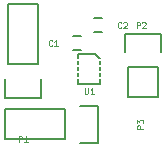
<source format=gbr>
G04 #@! TF.FileFunction,Legend,Top*
%FSLAX46Y46*%
G04 Gerber Fmt 4.6, Leading zero omitted, Abs format (unit mm)*
G04 Created by KiCad (PCBNEW 0.201506122246+5743~23~ubuntu14.10.1-product) date Sat 13 Jun 2015 04:11:00 PM EDT*
%MOMM*%
G01*
G04 APERTURE LIST*
%ADD10C,0.100000*%
%ADD11C,0.150000*%
%ADD12R,2.032000X2.032000*%
%ADD13O,2.032000X2.032000*%
%ADD14R,0.800000X0.750000*%
%ADD15R,0.500000X0.280000*%
%ADD16R,0.900000X1.600000*%
%ADD17R,2.032000X1.727200*%
%ADD18O,2.032000X1.727200*%
%ADD19R,1.727200X2.032000*%
%ADD20O,1.727200X2.032000*%
G04 APERTURE END LIST*
D10*
D11*
X143256000Y-106426000D02*
X143256000Y-108966000D01*
X143536000Y-103606000D02*
X143536000Y-105156000D01*
X143256000Y-106426000D02*
X140716000Y-106426000D01*
X140436000Y-105156000D02*
X140436000Y-103606000D01*
X140436000Y-103606000D02*
X143536000Y-103606000D01*
X140716000Y-106426000D02*
X140716000Y-108966000D01*
X140716000Y-108966000D02*
X143256000Y-108966000D01*
X136048000Y-103794000D02*
X136748000Y-103794000D01*
X136748000Y-104994000D02*
X136048000Y-104994000D01*
X138526000Y-103470000D02*
X137826000Y-103470000D01*
X137826000Y-102270000D02*
X138526000Y-102270000D01*
X137871200Y-105283000D02*
X136448800Y-105283000D01*
X137871200Y-105283000D02*
X138328400Y-105740200D01*
X138328400Y-105740200D02*
X138328400Y-107873800D01*
X138328400Y-107873800D02*
X136448800Y-107873800D01*
X136448800Y-107873800D02*
X136448800Y-105283000D01*
X133096000Y-106172000D02*
X133096000Y-101092000D01*
X133096000Y-101092000D02*
X130556000Y-101092000D01*
X130556000Y-101092000D02*
X130556000Y-106172000D01*
X130276000Y-108992000D02*
X130276000Y-107442000D01*
X130556000Y-106172000D02*
X133096000Y-106172000D01*
X133376000Y-107442000D02*
X133376000Y-108992000D01*
X133376000Y-108992000D02*
X130276000Y-108992000D01*
X135382000Y-109982000D02*
X130302000Y-109982000D01*
X130302000Y-109982000D02*
X130302000Y-112522000D01*
X130302000Y-112522000D02*
X135382000Y-112522000D01*
X138202000Y-112802000D02*
X136652000Y-112802000D01*
X135382000Y-112522000D02*
X135382000Y-109982000D01*
X136652000Y-109702000D02*
X138202000Y-109702000D01*
X138202000Y-109702000D02*
X138202000Y-112802000D01*
D10*
X141426453Y-103096190D02*
X141426453Y-102596190D01*
X141616929Y-102596190D01*
X141664548Y-102620000D01*
X141688357Y-102643810D01*
X141712167Y-102691429D01*
X141712167Y-102762857D01*
X141688357Y-102810476D01*
X141664548Y-102834286D01*
X141616929Y-102858095D01*
X141426453Y-102858095D01*
X141902643Y-102643810D02*
X141926453Y-102620000D01*
X141974072Y-102596190D01*
X142093119Y-102596190D01*
X142140738Y-102620000D01*
X142164548Y-102643810D01*
X142188357Y-102691429D01*
X142188357Y-102739048D01*
X142164548Y-102810476D01*
X141878834Y-103096190D01*
X142188357Y-103096190D01*
X134282667Y-104572571D02*
X134258857Y-104596381D01*
X134187429Y-104620190D01*
X134139810Y-104620190D01*
X134068381Y-104596381D01*
X134020762Y-104548762D01*
X133996953Y-104501143D01*
X133973143Y-104405905D01*
X133973143Y-104334476D01*
X133996953Y-104239238D01*
X134020762Y-104191619D01*
X134068381Y-104144000D01*
X134139810Y-104120190D01*
X134187429Y-104120190D01*
X134258857Y-104144000D01*
X134282667Y-104167810D01*
X134758857Y-104620190D02*
X134473143Y-104620190D01*
X134616000Y-104620190D02*
X134616000Y-104120190D01*
X134568381Y-104191619D01*
X134520762Y-104239238D01*
X134473143Y-104263048D01*
X140124667Y-103048571D02*
X140100857Y-103072381D01*
X140029429Y-103096190D01*
X139981810Y-103096190D01*
X139910381Y-103072381D01*
X139862762Y-103024762D01*
X139838953Y-102977143D01*
X139815143Y-102881905D01*
X139815143Y-102810476D01*
X139838953Y-102715238D01*
X139862762Y-102667619D01*
X139910381Y-102620000D01*
X139981810Y-102596190D01*
X140029429Y-102596190D01*
X140100857Y-102620000D01*
X140124667Y-102643810D01*
X140315143Y-102643810D02*
X140338953Y-102620000D01*
X140386572Y-102596190D01*
X140505619Y-102596190D01*
X140553238Y-102620000D01*
X140577048Y-102643810D01*
X140600857Y-102691429D01*
X140600857Y-102739048D01*
X140577048Y-102810476D01*
X140291334Y-103096190D01*
X140600857Y-103096190D01*
X137033048Y-108184190D02*
X137033048Y-108588952D01*
X137056857Y-108636571D01*
X137080667Y-108660381D01*
X137128286Y-108684190D01*
X137223524Y-108684190D01*
X137271143Y-108660381D01*
X137294952Y-108636571D01*
X137318762Y-108588952D01*
X137318762Y-108184190D01*
X137818762Y-108684190D02*
X137533048Y-108684190D01*
X137675905Y-108684190D02*
X137675905Y-108184190D01*
X137628286Y-108255619D01*
X137580667Y-108303238D01*
X137533048Y-108327048D01*
X131456953Y-112768190D02*
X131456953Y-112268190D01*
X131647429Y-112268190D01*
X131695048Y-112292000D01*
X131718857Y-112315810D01*
X131742667Y-112363429D01*
X131742667Y-112434857D01*
X131718857Y-112482476D01*
X131695048Y-112506286D01*
X131647429Y-112530095D01*
X131456953Y-112530095D01*
X132218857Y-112768190D02*
X131933143Y-112768190D01*
X132076000Y-112768190D02*
X132076000Y-112268190D01*
X132028381Y-112339619D01*
X131980762Y-112387238D01*
X131933143Y-112411048D01*
X141978190Y-111621047D02*
X141478190Y-111621047D01*
X141478190Y-111430571D01*
X141502000Y-111382952D01*
X141525810Y-111359143D01*
X141573429Y-111335333D01*
X141644857Y-111335333D01*
X141692476Y-111359143D01*
X141716286Y-111382952D01*
X141740095Y-111430571D01*
X141740095Y-111621047D01*
X141478190Y-111168666D02*
X141478190Y-110859143D01*
X141668667Y-111025809D01*
X141668667Y-110954381D01*
X141692476Y-110906762D01*
X141716286Y-110882952D01*
X141763905Y-110859143D01*
X141882952Y-110859143D01*
X141930571Y-110882952D01*
X141954381Y-110906762D01*
X141978190Y-110954381D01*
X141978190Y-111097238D01*
X141954381Y-111144857D01*
X141930571Y-111168666D01*
%LPC*%
D12*
X141986000Y-105156000D03*
D13*
X141986000Y-107696000D03*
D14*
X135648000Y-104394000D03*
X137148000Y-104394000D03*
X138926000Y-102870000D03*
X137426000Y-102870000D03*
D15*
X138364000Y-105803000D03*
D16*
X137414000Y-106553000D03*
D15*
X138364000Y-106303000D03*
X138364000Y-106803000D03*
X138364000Y-107303000D03*
X136464000Y-107303000D03*
X136464000Y-106803000D03*
X136464000Y-106303000D03*
X136464000Y-105803000D03*
D17*
X131826000Y-107442000D03*
D18*
X131826000Y-104902000D03*
X131826000Y-102362000D03*
D19*
X136652000Y-111252000D03*
D20*
X134112000Y-111252000D03*
X131572000Y-111252000D03*
M02*

</source>
